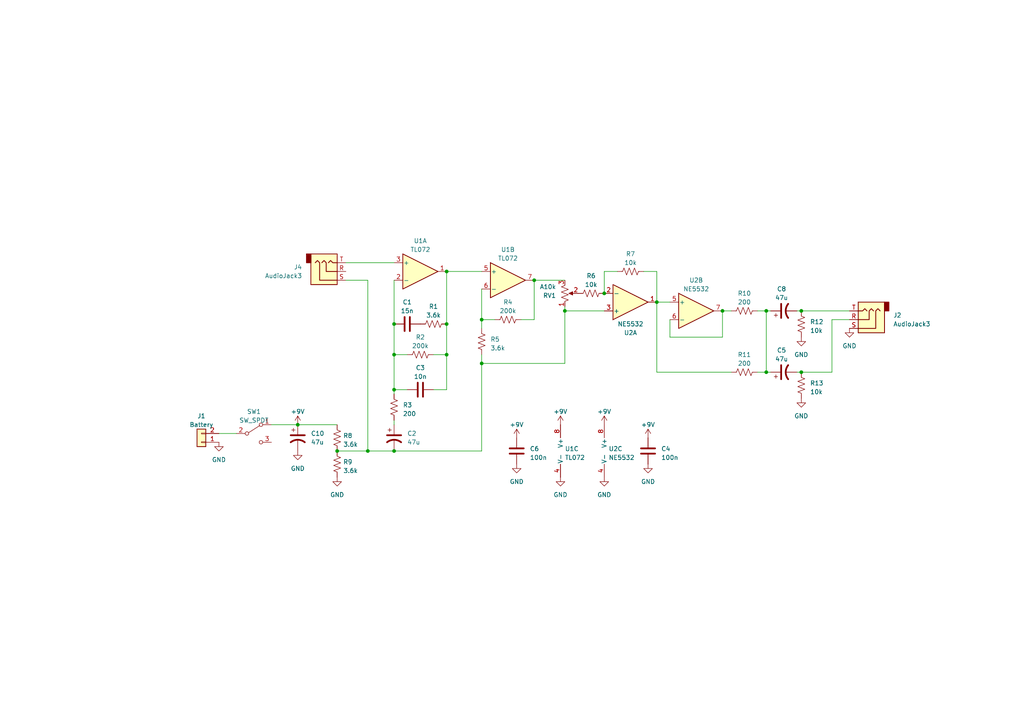
<source format=kicad_sch>
(kicad_sch (version 20230121) (generator eeschema)
  (paper "A4")
  (lib_symbols
    (symbol "Amplifier_Operational:NE5532" (pin_names (offset 0.127))
      (property "Reference" "U" (at 0 5.08 0))
      (property "Value" "NE5532" (at 0 -5.08 0))
      (symbol "NE5532_1_1"
        (polyline (pts (xy -5.08 5.08) (xy 5.08 0) (xy -5.08 -5.08) (xy -5.08 5.08)) (stroke (width 0.254)) (fill (type background)))
        (pin output line (at 7.62 0 180) (length 2.54) (name "~") (number "1"))
        (pin input line (at -7.62 -2.54 0) (length 2.54) (name "-") (number "2"))
        (pin input line (at -7.62 2.54 0) (length 2.54) (name "+") (number "3"))
      )
      (symbol "NE5532_2_1"
        (polyline (pts (xy -5.08 5.08) (xy 5.08 0) (xy -5.08 -5.08) (xy -5.08 5.08)) (stroke (width 0.254)) (fill (type background)))
        (pin input line (at -7.62 2.54 0) (length 2.54) (name "+") (number "5"))
        (pin input line (at -7.62 -2.54 0) (length 2.54) (name "-") (number "6"))
        (pin output line (at 7.62 0 180) (length 2.54) (name "~") (number "7"))
      )
      (symbol "NE5532_3_1"
        (pin power_in line (at -2.54 -7.62 90) (length 3.81) (name "V-") (number "4"))
        (pin power_in line (at -2.54 7.62 270) (length 3.81) (name "V+") (number "8"))
      )
    )
    (symbol "Amplifier_Operational:TL072" (pin_names (offset 0.127))
      (property "Reference" "U" (at 0 5.08 0))
      (property "Value" "TL072" (at 0 -5.08 0))
      (symbol "TL072_1_1"
        (polyline (pts (xy -5.08 5.08) (xy 5.08 0) (xy -5.08 -5.08) (xy -5.08 5.08)) (stroke (width 0.254)) (fill (type background)))
        (pin output line (at 7.62 0 180) (length 2.54) (name "~") (number "1"))
        (pin input line (at -7.62 -2.54 0) (length 2.54) (name "-") (number "2"))
        (pin input line (at -7.62 2.54 0) (length 2.54) (name "+") (number "3"))
      )
      (symbol "TL072_2_1"
        (polyline (pts (xy -5.08 5.08) (xy 5.08 0) (xy -5.08 -5.08) (xy -5.08 5.08)) (stroke (width 0.254)) (fill (type background)))
        (pin input line (at -7.62 2.54 0) (length 2.54) (name "+") (number "5"))
        (pin input line (at -7.62 -2.54 0) (length 2.54) (name "-") (number "6"))
        (pin output line (at 7.62 0 180) (length 2.54) (name "~") (number "7"))
      )
      (symbol "TL072_3_1"
        (pin power_in line (at -2.54 -7.62 90) (length 3.81) (name "V-") (number "4"))
        (pin power_in line (at -2.54 7.62 270) (length 3.81) (name "V+") (number "8"))
      )
    )
    (symbol "Connector_Audio:AudioJack3"
      (property "Reference" "J" (at 0 8.89 0))
      (property "Value" "AudioJack3" (at 0 6.35 0))
      (symbol "AudioJack3_0_1"
        (rectangle (start -5.08 -5.08) (end -6.35 -2.54) (stroke (width 0.254)) (fill (type outline)))
        (polyline (pts (xy 0 -2.54) (xy 0.635 -3.175) (xy 1.27 -2.54) (xy 2.54 -2.54)) (stroke (width 0.254)))
        (polyline (pts (xy -1.905 -2.54) (xy -1.27 -3.175) (xy -0.635 -2.54) (xy -0.635 0) (xy 2.54 0)) (stroke (width 0.254)))
        (polyline (pts (xy 2.54 2.54) (xy -2.54 2.54) (xy -2.54 -2.54) (xy -3.175 -3.175) (xy -3.81 -2.54)) (stroke (width 0.254)))
        (rectangle (start 2.54 3.81) (end -5.08 -5.08) (stroke (width 0.254)) (fill (type background)))
      )
      (symbol "AudioJack3_1_1"
        (pin passive line (at 5.08 0 180) (length 2.54) (name "~") (number "R"))
        (pin passive line (at 5.08 2.54 180) (length 2.54) (name "~") (number "S"))
        (pin passive line (at 5.08 -2.54 180) (length 2.54) (name "~") (number "T"))
      )
    )
    (symbol "Connector_Generic:Conn_01x02" (pin_names (offset 1.016) hide)
      (property "Reference" "J" (at 0 2.54 0))
      (property "Value" "Conn_01x02" (at 0 -5.08 0))
      (symbol "Conn_01x02_1_1"
        (rectangle (start -1.27 -2.413) (end 0 -2.667) (stroke (width 0.1524)))
        (rectangle (start -1.27 0.127) (end 0 -0.127) (stroke (width 0.1524)))
        (rectangle (start -1.27 1.27) (end 1.27 -3.81) (stroke (width 0.254)) (fill (type background)))
        (pin passive line (at -5.08 0 0) (length 3.81) (name "Pin_1") (number "1"))
        (pin passive line (at -5.08 -2.54 0) (length 3.81) (name "Pin_2") (number "2"))
      )
    )
    (symbol "Device:C" (pin_numbers hide) (pin_names (offset 0.254))
      (property "Reference" "C" (at 0.635 2.54 0))
      (property "Value" "C" (at 0.635 -2.54 0))
      (symbol "C_0_1"
        (polyline (pts (xy -2.032 -0.762) (xy 2.032 -0.762)) (stroke (width 0.508)))
        (polyline (pts (xy -2.032 0.762) (xy 2.032 0.762)) (stroke (width 0.508)))
      )
      (symbol "C_1_1"
        (pin passive line (at 0 3.81 270) (length 2.794) (name "~") (number "1"))
        (pin passive line (at 0 -3.81 90) (length 2.794) (name "~") (number "2"))
      )
    )
    (symbol "Device:C_Polarized_US" (pin_numbers hide) (pin_names (offset 0.254) hide)
      (property "Reference" "C" (at 0.635 2.54 0))
      (property "Value" "C_Polarized_US" (at 0.635 -2.54 0))
      (symbol "C_Polarized_US_0_1"
        (polyline (pts (xy -2.032 0.762) (xy 2.032 0.762)) (stroke (width 0.508)))
        (polyline (pts (xy -1.778 2.286) (xy -0.762 2.286)))
        (polyline (pts (xy -1.27 1.778) (xy -1.27 2.794)))
        (arc (start 2.032 -1.27) (mid 0 -0.5572) (end -2.032 -1.27) (stroke (width 0.508)))
      )
      (symbol "C_Polarized_US_1_1"
        (pin passive line (at 0 3.81 270) (length 2.794) (name "~") (number "1"))
        (pin passive line (at 0 -3.81 90) (length 3.302) (name "~") (number "2"))
      )
    )
    (symbol "Device:R_Potentiometer_US" (pin_names (offset 1.016) hide)
      (property "Reference" "RV" (at -4.445 0 90))
      (property "Value" "R_Potentiometer_US" (at -2.54 0 90))
      (symbol "R_Potentiometer_US_0_1"
        (polyline (pts (xy 0 -2.286) (xy 0 -2.54)))
        (polyline (pts (xy 0 2.54) (xy 0 2.286)))
        (polyline (pts (xy 2.54 0) (xy 1.524 0)))
        (polyline (pts (xy 1.143 0) (xy 2.286 0.508) (xy 2.286 -0.508) (xy 1.143 0)) (fill (type outline)))
        (polyline (pts (xy 0 -0.762) (xy 1.016 -1.143) (xy 0 -1.524) (xy -1.016 -1.905) (xy 0 -2.286)))
        (polyline (pts (xy 0 0.762) (xy 1.016 0.381) (xy 0 0) (xy -1.016 -0.381) (xy 0 -0.762)))
        (polyline (pts (xy 0 2.286) (xy 1.016 1.905) (xy 0 1.524) (xy -1.016 1.143) (xy 0 0.762)))
      )
      (symbol "R_Potentiometer_US_1_1"
        (pin passive line (at 0 3.81 270) (length 1.27) (name "1") (number "1"))
        (pin passive line (at 3.81 0 180) (length 1.27) (name "2") (number "2"))
        (pin passive line (at 0 -3.81 90) (length 1.27) (name "3") (number "3"))
      )
    )
    (symbol "Device:R_US" (pin_numbers hide) (pin_names (offset 0))
      (property "Reference" "R" (at 2.54 0 90))
      (property "Value" "R_US" (at -2.54 0 90))
      (symbol "R_US_0_1"
        (polyline (pts (xy 0 -2.286) (xy 0 -2.54)))
        (polyline (pts (xy 0 2.286) (xy 0 2.54)))
        (polyline (pts (xy 0 -0.762) (xy 1.016 -1.143) (xy 0 -1.524) (xy -1.016 -1.905) (xy 0 -2.286)))
        (polyline (pts (xy 0 0.762) (xy 1.016 0.381) (xy 0 0) (xy -1.016 -0.381) (xy 0 -0.762)))
        (polyline (pts (xy 0 2.286) (xy 1.016 1.905) (xy 0 1.524) (xy -1.016 1.143) (xy 0 0.762)))
      )
      (symbol "R_US_1_1"
        (pin passive line (at 0 3.81 270) (length 1.27) (name "~") (number "1"))
        (pin passive line (at 0 -3.81 90) (length 1.27) (name "~") (number "2"))
      )
    )
    (symbol "Switch:SW_SPDT" (pin_names (offset 0) hide)
      (property "Reference" "SW" (at 0 4.318 0))
      (property "Value" "SW_SPDT" (at 0 -5.08 0))
      (symbol "SW_SPDT_0_0"
        (circle (center -2.032 0) (radius 0.508))
        (circle (center 2.032 -2.54) (radius 0.508))
      )
      (symbol "SW_SPDT_0_1"
        (polyline (pts (xy -1.524 0.254) (xy 1.651 2.286)))
        (circle (center 2.032 2.54) (radius 0.508))
      )
      (symbol "SW_SPDT_1_1"
        (pin passive line (at 5.08 2.54 180) (length 2.54) (name "A") (number "1"))
        (pin passive line (at -5.08 0 0) (length 2.54) (name "B") (number "2"))
        (pin passive line (at 5.08 -2.54 180) (length 2.54) (name "C") (number "3"))
      )
    )
    (symbol "power:+9V" (power) (pin_names (offset 0))
      (property "Value" "+9V" (at 0 3.556 0))
      (symbol "+9V_0_1"
        (polyline (pts (xy -0.762 1.27) (xy 0 2.54)))
        (polyline (pts (xy 0 0) (xy 0 2.54)))
        (polyline (pts (xy 0 2.54) (xy 0.762 1.27)))
      )
      (symbol "+9V_1_1"
        (pin power_in line (at 0 0 90) (length 0) hide (name "+9V") (number "1"))
      )
    )
    (symbol "power:GND" (power) (pin_names (offset 0))
      (property "Value" "GND" (at 0 -3.81 0))
      (symbol "GND_0_1"
        (polyline (pts (xy 0 0) (xy 0 -1.27) (xy 1.27 -1.27) (xy 0 -2.54) (xy -1.27 -1.27) (xy 0 -1.27)))
      )
      (symbol "GND_1_1"
        (pin power_in line (at 0 0 270) (length 0) hide (name "GND") (number "1"))
      )
    )
  )
  (junction (at 139.7 92.71))
  (junction (at 106.68 130.81))
  (junction (at 129.54 93.98))
  (junction (at 232.41 107.95))
  (junction (at 139.7 105.41))
  (junction (at 129.54 102.87))
  (junction (at 209.55 90.17))
  (junction (at 114.3 130.81))
  (junction (at 97.79 130.81))
  (junction (at 232.41 90.17))
  (junction (at 163.83 90.17))
  (junction (at 114.3 102.87))
  (junction (at 154.94 81.28))
  (junction (at 222.25 107.95))
  (junction (at 129.54 78.74))
  (junction (at 114.3 113.03))
  (junction (at 114.3 93.98))
  (junction (at 190.5 87.63))
  (junction (at 222.25 90.17))
  (junction (at 86.36 123.19))
  (junction (at 175.26 85.09))
  (wire (pts (xy 139.7 105.41) (xy 139.7 130.81)))
  (wire (pts (xy 194.31 87.63) (xy 190.5 87.63)))
  (wire (pts (xy 163.83 105.41) (xy 139.7 105.41)))
  (wire (pts (xy 139.7 92.71) (xy 139.7 95.25)))
  (wire (pts (xy 190.5 107.95) (xy 190.5 87.63)))
  (wire (pts (xy 154.94 92.71) (xy 154.94 81.28)))
  (wire (pts (xy 241.3 92.71) (xy 246.38 92.71)))
  (wire (pts (xy 232.41 107.95) (xy 241.3 107.95)))
  (wire (pts (xy 139.7 92.71) (xy 143.51 92.71)))
  (wire (pts (xy 129.54 93.98) (xy 129.54 102.87)))
  (wire (pts (xy 232.41 90.17) (xy 246.38 90.17)))
  (wire (pts (xy 163.83 88.9) (xy 163.83 90.17)))
  (wire (pts (xy 163.83 90.17) (xy 163.83 105.41)))
  (wire (pts (xy 222.25 90.17) (xy 219.71 90.17)))
  (wire (pts (xy 106.68 81.28) (xy 106.68 130.81)))
  (wire (pts (xy 175.26 78.74) (xy 175.26 85.09)))
  (wire (pts (xy 114.3 102.87) (xy 114.3 113.03)))
  (wire (pts (xy 97.79 130.81) (xy 106.68 130.81)))
  (wire (pts (xy 179.07 78.74) (xy 175.26 78.74)))
  (wire (pts (xy 114.3 113.03) (xy 114.3 114.3)))
  (wire (pts (xy 86.36 123.19) (xy 97.79 123.19)))
  (wire (pts (xy 194.31 92.71) (xy 194.31 97.79)))
  (wire (pts (xy 114.3 81.28) (xy 114.3 93.98)))
  (wire (pts (xy 129.54 78.74) (xy 129.54 93.98)))
  (wire (pts (xy 106.68 81.28) (xy 100.33 81.28)))
  (wire (pts (xy 114.3 93.98) (xy 114.3 102.87)))
  (wire (pts (xy 190.5 78.74) (xy 190.5 87.63)))
  (wire (pts (xy 231.14 90.17) (xy 232.41 90.17)))
  (wire (pts (xy 139.7 83.82) (xy 139.7 92.71)))
  (wire (pts (xy 212.09 90.17) (xy 209.55 90.17)))
  (wire (pts (xy 241.3 107.95) (xy 241.3 92.71)))
  (wire (pts (xy 223.52 107.95) (xy 222.25 107.95)))
  (wire (pts (xy 63.5 125.73) (xy 68.58 125.73)))
  (wire (pts (xy 154.94 81.28) (xy 163.83 81.28)))
  (wire (pts (xy 114.3 121.92) (xy 114.3 123.19)))
  (wire (pts (xy 163.83 90.17) (xy 175.26 90.17)))
  (wire (pts (xy 125.73 113.03) (xy 129.54 113.03)))
  (wire (pts (xy 151.13 92.71) (xy 154.94 92.71)))
  (wire (pts (xy 86.36 123.19) (xy 78.74 123.19)))
  (wire (pts (xy 209.55 97.79) (xy 209.55 90.17)))
  (wire (pts (xy 106.68 130.81) (xy 114.3 130.81)))
  (wire (pts (xy 212.09 107.95) (xy 190.5 107.95)))
  (wire (pts (xy 139.7 102.87) (xy 139.7 105.41)))
  (wire (pts (xy 194.31 97.79) (xy 209.55 97.79)))
  (wire (pts (xy 222.25 90.17) (xy 223.52 90.17)))
  (wire (pts (xy 222.25 90.17) (xy 222.25 107.95)))
  (wire (pts (xy 129.54 78.74) (xy 139.7 78.74)))
  (wire (pts (xy 139.7 130.81) (xy 114.3 130.81)))
  (wire (pts (xy 129.54 102.87) (xy 129.54 113.03)))
  (wire (pts (xy 114.3 113.03) (xy 118.11 113.03)))
  (wire (pts (xy 222.25 107.95) (xy 219.71 107.95)))
  (wire (pts (xy 231.14 107.95) (xy 232.41 107.95)))
  (wire (pts (xy 125.73 102.87) (xy 129.54 102.87)))
  (wire (pts (xy 114.3 102.87) (xy 118.11 102.87)))
  (wire (pts (xy 186.69 78.74) (xy 190.5 78.74)))
  (wire (pts (xy 100.33 76.2) (xy 114.3 76.2)))
  (symbol (lib_id "power:GND") (at 232.41 115.57 0) (unit 1)
    (property "Reference" "#PWR014" (effects hide))
    (property "Value" "GND" (at 232.41 120.65 0))
  )
  (symbol (lib_id "power:+9V") (at 162.56 123.19 0) (unit 1)
    (property "Reference" "#PWR04" (effects hide))
    (property "Value" "+9V" (at 162.56 119.38 0))
  )
  (symbol (lib_id "Device:R_US") (at 232.41 93.98 180) (unit 1)
    (property "Reference" "R12" (at 234.95 93.345 0) (effects (justify right)))
    (property "Value" "10k" (at 234.95 95.885 0) (effects (justify right)))
    (property "Footprint" "PCM_4ms_Resistor:R_Axial_DIN0207_L6.3mm_D2.5mm_P7.62mm_Horizontal" (effects hide))
  )
  (symbol (lib_id "Connector_Audio:AudioJack3") (at 95.25 78.74 0) (mirror x) (unit 1)
    (property "Reference" "J4" (at 87.63 77.47 0) (effects (justify right)))
    (property "Value" "AudioJack3" (at 87.63 80.01 0) (effects (justify right)))
    (property "Footprint" "Connector_Audio:Jack_3.5mm_QingPu_WQP-PJ398SM_Vertical_CircularHoles" (effects hide))
  )
  (symbol (lib_id "Switch:SW_SPDT") (at 73.66 125.73 0) (unit 1)
    (property "Reference" "SW1" (at 73.66 119.38 0))
    (property "Value" "SW_SPDT" (at 73.66 121.92 0))
    (property "Footprint" "PCM_4ms_Switch:Switch_Toggle_SPDT_Mini_SolderLug" (effects hide))
  )
  (symbol (lib_id "Device:C") (at 187.96 130.81 180) (unit 1)
    (property "Reference" "C4" (at 191.77 130.175 0) (effects (justify right)))
    (property "Value" "100n" (at 191.77 132.715 0) (effects (justify right)))
    (property "Footprint" "PCM_4ms_Capacitor:C_Disc_P5.08mm" (effects hide))
  )
  (symbol (lib_id "Device:R_US") (at 97.79 127 180) (unit 1)
    (property "Reference" "R8" (at 99.5364 126.365 0) (effects (justify right)))
    (property "Value" "3.6k" (at 99.5364 128.905 0) (effects (justify right)))
    (property "Footprint" "PCM_4ms_Resistor:R_Axial_DIN0207_L6.3mm_D2.5mm_P7.62mm_Horizontal" (effects hide))
  )
  (symbol (lib_id "Device:R_US") (at 215.9 107.95 90) (unit 1)
    (property "Reference" "R11" (at 215.9 102.87 90))
    (property "Value" "200" (at 215.9 105.41 90))
    (property "Footprint" "PCM_4ms_Resistor:R_Axial_DIN0207_L6.3mm_D2.5mm_P7.62mm_Horizontal" (effects hide))
  )
  (symbol (lib_id "power:GND") (at 97.79 138.43 0) (unit 1)
    (property "Reference" "#PWR013" (effects hide))
    (property "Value" "GND" (at 97.79 143.51 0))
  )
  (symbol (lib_id "power:GND") (at 232.41 97.79 0) (unit 1)
    (property "Reference" "#PWR08" (effects hide))
    (property "Value" "GND" (at 232.41 102.87 0))
  )
  (symbol (lib_id "Amplifier_Operational:TL072") (at 147.32 81.28 0) (unit 2)
    (property "Reference" "U1" (at 147.32 72.39 0))
    (property "Value" "TL072" (at 147.32 74.93 0))
    (property "Footprint" "Package_DIP:DIP-8_W7.62mm" (effects hide))
    (property "Datasheet" "http://www.ti.com/lit/ds/symlink/tl071.pdf" (effects hide))
  )
  (symbol (lib_id "Device:R_US") (at 114.3 118.11 0) (unit 1)
    (property "Reference" "R3" (at 116.84 117.475 0) (effects (justify left)))
    (property "Value" "200" (at 116.84 120.015 0) (effects (justify left)))
    (property "Footprint" "PCM_4ms_Resistor:R_Axial_DIN0207_L6.3mm_D2.5mm_P7.62mm_Horizontal" (effects hide))
  )
  (symbol (lib_id "Amplifier_Operational:TL072") (at 165.1 130.81 0) (unit 3)
    (property "Reference" "U1" (at 163.83 130.175 0) (effects (justify left)))
    (property "Value" "TL072" (at 163.83 132.715 0) (effects (justify left)))
    (property "Footprint" "Package_DIP:DIP-8_W7.62mm" (effects hide))
    (property "Datasheet" "http://www.ti.com/lit/ds/symlink/tl071.pdf" (effects hide))
  )
  (symbol (lib_id "Device:R_US") (at 125.73 93.98 90) (unit 1)
    (property "Reference" "R1" (at 125.73 88.9 90))
    (property "Value" "3.6k" (at 125.73 91.44 90))
    (property "Footprint" "PCM_4ms_Resistor:R_Axial_DIN0207_L6.3mm_D2.5mm_P7.62mm_Horizontal" (effects hide))
  )
  (symbol (lib_id "Amplifier_Operational:TL072") (at 121.92 78.74 0) (unit 1)
    (property "Reference" "U1" (at 121.92 69.85 0))
    (property "Value" "TL072" (at 121.92 72.39 0))
    (property "Footprint" "Package_DIP:DIP-8_W7.62mm" (effects hide))
    (property "Datasheet" "http://www.ti.com/lit/ds/symlink/tl071.pdf" (effects hide))
  )
  (symbol (lib_id "Device:C") (at 149.86 130.81 180) (unit 1)
    (property "Reference" "C6" (at 153.67 130.175 0) (effects (justify right)))
    (property "Value" "100n" (at 153.67 132.715 0) (effects (justify right)))
    (property "Footprint" "PCM_4ms_Capacitor:C_Disc_P5.08mm" (effects hide))
  )
  (symbol (lib_id "Device:C_Polarized_US") (at 86.36 127 0) (unit 1)
    (property "Reference" "C10" (at 90.17 125.73 0) (effects (justify left)))
    (property "Value" "47u" (at 90.17 128.27 0) (effects (justify left)))
    (property "Footprint" "PCM_4ms_Capacitor:CP_Radial_P2.5mm" (effects hide))
  )
  (symbol (lib_id "Amplifier_Operational:NE5532") (at 201.93 90.17 0) (unit 2)
    (property "Reference" "U2" (at 201.93 81.28 0))
    (property "Value" "NE5532" (at 201.93 83.82 0))
    (property "Footprint" "Package_DIP:DIP-8_W7.62mm" (effects hide))
    (property "Datasheet" "http://www.ti.com/lit/ds/symlink/ne5532.pdf" (effects hide))
  )
  (symbol (lib_id "Device:C") (at 121.92 113.03 90) (unit 1)
    (property "Reference" "C3" (at 121.92 106.68 90))
    (property "Value" "10n" (at 121.92 109.22 90))
    (property "Footprint" "PCM_4ms_Capacitor:C_Disc_P5.08mm" (effects hide))
  )
  (symbol (lib_id "power:GND") (at 63.5 128.27 0) (unit 1)
    (property "Reference" "#PWR011" (effects hide))
    (property "Value" "GND" (at 63.5 133.35 0))
  )
  (symbol (lib_id "Device:R_US") (at 232.41 111.76 180) (unit 1)
    (property "Reference" "R13" (at 234.95 111.125 0) (effects (justify right)))
    (property "Value" "10k" (at 234.95 113.665 0) (effects (justify right)))
    (property "Footprint" "PCM_4ms_Resistor:R_Axial_DIN0207_L6.3mm_D2.5mm_P7.62mm_Horizontal" (effects hide))
  )
  (symbol (lib_id "power:GND") (at 187.96 134.62 0) (unit 1)
    (property "Reference" "#PWR07" (effects hide))
    (property "Value" "GND" (at 187.96 139.7 0))
  )
  (symbol (lib_id "power:GND") (at 86.36 130.81 0) (unit 1)
    (property "Reference" "#PWR017" (effects hide))
    (property "Value" "GND" (at 86.36 135.89 0))
  )
  (symbol (lib_id "Device:R_Potentiometer_US") (at 163.83 85.09 0) (mirror x) (unit 1)
    (property "Reference" "RV1" (at 161.29 85.725 0) (effects (justify right)))
    (property "Value" "A10k" (at 161.29 83.185 0) (effects (justify right)))
    (property "Footprint" "Potentiometer_THT:Potentiometer_Alpha_RD901F-40-00D_Single_Vertical" (effects hide))
  )
  (symbol (lib_id "power:+9V") (at 187.96 127 0) (unit 1)
    (property "Reference" "#PWR06" (effects hide))
    (property "Value" "+9V" (at 187.96 123.19 0))
  )
  (symbol (lib_id "Device:C_Polarized_US") (at 227.33 90.17 90) (unit 1)
    (property "Reference" "C8" (at 226.695 83.82 90))
    (property "Value" "47u" (at 226.695 86.36 90))
    (property "Footprint" "PCM_4ms_Capacitor:CP_Radial_P2.5mm" (effects hide))
  )
  (symbol (lib_id "power:GND") (at 162.56 138.43 0) (unit 1)
    (property "Reference" "#PWR01" (effects hide))
    (property "Value" "GND" (at 162.56 143.51 0))
  )
  (symbol (lib_id "Connector_Audio:AudioJack3") (at 251.46 92.71 180) (unit 1)
    (property "Reference" "J2" (at 259.08 91.44 0) (effects (justify right)))
    (property "Value" "AudioJack3" (at 259.08 93.98 0) (effects (justify right)))
    (property "Footprint" "Connector_Audio:Jack_3.5mm_QingPu_WQP-PJ398SM_Vertical_CircularHoles" (effects hide))
  )
  (symbol (lib_id "Device:R_US") (at 139.7 99.06 180) (unit 1)
    (property "Reference" "R5" (at 142.24 98.425 0) (effects (justify right)))
    (property "Value" "3.6k" (at 142.24 100.965 0) (effects (justify right)))
    (property "Footprint" "PCM_4ms_Resistor:R_Axial_DIN0207_L6.3mm_D2.5mm_P7.62mm_Horizontal" (effects hide))
  )
  (symbol (lib_id "Device:R_US") (at 121.92 102.87 90) (unit 1)
    (property "Reference" "R2" (at 121.92 97.79 90))
    (property "Value" "200k" (at 121.92 100.33 90))
    (property "Footprint" "PCM_4ms_Resistor:R_Axial_DIN0207_L6.3mm_D2.5mm_P7.62mm_Horizontal" (effects hide))
  )
  (symbol (lib_id "Device:C") (at 118.11 93.98 90) (unit 1)
    (property "Reference" "C1" (at 118.11 87.63 90))
    (property "Value" "15n" (at 118.11 90.17 90))
    (property "Footprint" "PCM_4ms_Capacitor:C_Disc_P5.08mm" (effects hide))
  )
  (symbol (lib_id "power:+9V") (at 86.36 123.19 0) (unit 1)
    (property "Reference" "#PWR012" (effects hide))
    (property "Value" "+9V" (at 86.36 119.38 0))
  )
  (symbol (lib_id "Amplifier_Operational:NE5532") (at 177.8 130.81 0) (unit 3)
    (property "Reference" "U2" (at 176.53 130.175 0) (effects (justify left)))
    (property "Value" "NE5532" (at 176.53 132.715 0) (effects (justify left)))
    (property "Footprint" "Package_DIP:DIP-8_W7.62mm" (effects hide))
    (property "Datasheet" "http://www.ti.com/lit/ds/symlink/ne5532.pdf" (effects hide))
  )
  (symbol (lib_id "power:GND") (at 246.38 95.25 0) (unit 1)
    (property "Reference" "#PWR010" (effects hide))
    (property "Value" "GND" (at 246.38 100.33 0))
  )
  (symbol (lib_id "power:GND") (at 175.26 138.43 0) (unit 1)
    (property "Reference" "#PWR05" (effects hide))
    (property "Value" "GND" (at 175.26 143.51 0))
  )
  (symbol (lib_id "power:+9V") (at 149.86 127 0) (unit 1)
    (property "Reference" "#PWR09" (effects hide))
    (property "Value" "+9V" (at 149.86 123.19 0))
  )
  (symbol (lib_id "Device:R_US") (at 171.45 85.09 90) (unit 1)
    (property "Reference" "R6" (at 171.45 80.01 90))
    (property "Value" "10k" (at 171.45 82.55 90))
    (property "Footprint" "PCM_4ms_Resistor:R_Axial_DIN0207_L6.3mm_D2.5mm_P7.62mm_Horizontal" (effects hide))
  )
  (symbol (lib_id "power:GND") (at 149.86 134.62 0) (unit 1)
    (property "Reference" "#PWR02" (effects hide))
    (property "Value" "GND" (at 149.86 139.7 0))
  )
  (symbol (lib_id "Device:C_Polarized_US") (at 114.3 127 0) (unit 1)
    (property "Reference" "C2" (at 118.11 125.73 0) (effects (justify left)))
    (property "Value" "47u" (at 118.11 128.27 0) (effects (justify left)))
    (property "Footprint" "PCM_4ms_Capacitor:CP_Radial_P2.5mm" (effects hide))
  )
  (symbol (lib_id "Amplifier_Operational:NE5532") (at 182.88 87.63 0) (mirror x) (unit 1)
    (property "Reference" "U2" (at 182.88 96.52 0))
    (property "Value" "NE5532" (at 182.88 93.98 0))
    (property "Footprint" "Package_DIP:DIP-8_W7.62mm" (effects hide))
    (property "Datasheet" "http://www.ti.com/lit/ds/symlink/ne5532.pdf" (effects hide))
  )
  (symbol (lib_id "Device:R_US") (at 147.32 92.71 90) (unit 1)
    (property "Reference" "R4" (at 147.32 87.63 90))
    (property "Value" "200k" (at 147.32 90.17 90))
    (property "Footprint" "PCM_4ms_Resistor:R_Axial_DIN0207_L6.3mm_D2.5mm_P7.62mm_Horizontal" (effects hide))
  )
  (symbol (lib_id "Device:R_US") (at 182.88 78.74 90) (unit 1)
    (property "Reference" "R7" (at 182.88 73.66 90))
    (property "Value" "10k" (at 182.88 76.2 90))
    (property "Footprint" "PCM_4ms_Resistor:R_Axial_DIN0207_L6.3mm_D2.5mm_P7.62mm_Horizontal" (effects hide))
  )
  (symbol (lib_id "Connector_Generic:Conn_01x02") (at 58.42 128.27 180) (unit 1)
    (property "Reference" "J1" (at 58.42 120.65 0))
    (property "Value" "Battery" (at 58.42 123.19 0))
    (property "Footprint" "Connector_Wire:SolderWire-0.75sqmm_1x02_P7mm_D1.25mm_OD3.5mm" (effects hide))
  )
  (symbol (lib_id "Device:R_US") (at 215.9 90.17 90) (unit 1)
    (property "Reference" "R10" (at 215.9 85.09 90))
    (property "Value" "200" (at 215.9 87.63 90))
    (property "Footprint" "PCM_4ms_Resistor:R_Axial_DIN0207_L6.3mm_D2.5mm_P7.62mm_Horizontal" (effects hide))
  )
  (symbol (lib_id "power:+9V") (at 175.26 123.19 0) (unit 1)
    (property "Reference" "#PWR03" (effects hide))
    (property "Value" "+9V" (at 175.26 119.38 0))
  )
  (symbol (lib_id "Device:R_US") (at 97.79 134.62 180) (unit 1)
    (property "Reference" "R9" (at 99.5364 133.985 0) (effects (justify right)))
    (property "Value" "3.6k" (at 99.5364 136.525 0) (effects (justify right)))
    (property "Footprint" "PCM_4ms_Resistor:R_Axial_DIN0207_L6.3mm_D2.5mm_P7.62mm_Horizontal" (effects hide))
  )
  (symbol (lib_id "Device:C_Polarized_US") (at 227.33 107.95 90) (unit 1)
    (property "Reference" "C5" (at 226.695 101.6 90))
    (property "Value" "47u" (at 226.695 104.14 90))
    (property "Footprint" "PCM_4ms_Capacitor:CP_Radial_P2.5mm" (effects hide))
  )
)
</source>
